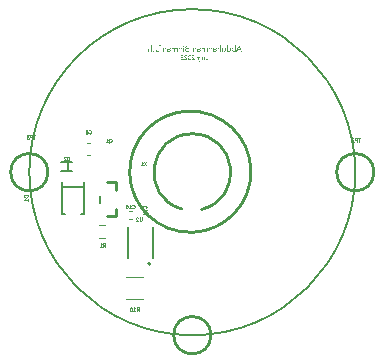
<source format=gbr>
%TF.GenerationSoftware,KiCad,Pcbnew,8.0.3*%
%TF.CreationDate,2025-07-02T10:16:16+03:00*%
%TF.ProjectId,LeafSensorPico,4c656166-5365-46e7-936f-725069636f2e,rev?*%
%TF.SameCoordinates,Original*%
%TF.FileFunction,Legend,Bot*%
%TF.FilePolarity,Positive*%
%FSLAX46Y46*%
G04 Gerber Fmt 4.6, Leading zero omitted, Abs format (unit mm)*
G04 Created by KiCad (PCBNEW 8.0.3) date 2025-07-02 10:16:16*
%MOMM*%
%LPD*%
G01*
G04 APERTURE LIST*
%ADD10C,0.200000*%
%ADD11C,0.075000*%
%ADD12C,0.150000*%
%ADD13C,0.120000*%
%ADD14C,0.250000*%
G04 APERTURE END LIST*
D10*
X158216616Y-91988003D02*
G75*
G02*
X130616616Y-91988003I-13800000J0D01*
G01*
X130616616Y-91988003D02*
G75*
G02*
X158216616Y-91988003I13800000J0D01*
G01*
D11*
G36*
X145741484Y-82393877D02*
G01*
X145735774Y-82413102D01*
X145726159Y-82430599D01*
X145721066Y-82436473D01*
X145703798Y-82447170D01*
X145684080Y-82450681D01*
X145680912Y-82450736D01*
X145660779Y-82448393D01*
X145646816Y-82442432D01*
X145632158Y-82429301D01*
X145626495Y-82420743D01*
X145619213Y-82402456D01*
X145616530Y-82389871D01*
X145614239Y-82369809D01*
X145613697Y-82353821D01*
X145613697Y-82075579D01*
X145566900Y-82075579D01*
X145566900Y-82370918D01*
X145568102Y-82390641D01*
X145571708Y-82410794D01*
X145572371Y-82413514D01*
X145579303Y-82433080D01*
X145589842Y-82450929D01*
X145591519Y-82453179D01*
X145605029Y-82467645D01*
X145621792Y-82479754D01*
X145627179Y-82482781D01*
X145646829Y-82490372D01*
X145666252Y-82493772D01*
X145681987Y-82494505D01*
X145702192Y-82493113D01*
X145722894Y-82488218D01*
X145741447Y-82479800D01*
X145752622Y-82472230D01*
X145766992Y-82457767D01*
X145778008Y-82439549D01*
X145784984Y-82420202D01*
X145788477Y-82403744D01*
X145741484Y-82393877D01*
G37*
G36*
X145295302Y-82482000D02*
G01*
X145296909Y-82461837D01*
X145297060Y-82457771D01*
X145295422Y-82438147D01*
X145295302Y-82437547D01*
X145294129Y-82438427D01*
X145305356Y-82454734D01*
X145308882Y-82458259D01*
X145325002Y-82470697D01*
X145330961Y-82474184D01*
X145349183Y-82482130D01*
X145356753Y-82484442D01*
X145376123Y-82487951D01*
X145383620Y-82488252D01*
X145405111Y-82486934D01*
X145426513Y-82482199D01*
X145444544Y-82474019D01*
X145460801Y-82460702D01*
X145472891Y-82443349D01*
X145480316Y-82424901D01*
X145484614Y-82403607D01*
X145485811Y-82382642D01*
X145485811Y-82213137D01*
X145442434Y-82213137D01*
X145442434Y-82362809D01*
X145441628Y-82383277D01*
X145439210Y-82401106D01*
X145432956Y-82420292D01*
X145428170Y-82428461D01*
X145413570Y-82441907D01*
X145407360Y-82445070D01*
X145388248Y-82449940D01*
X145374143Y-82450736D01*
X145359196Y-82448587D01*
X145340563Y-82441561D01*
X145332915Y-82436668D01*
X145318266Y-82422476D01*
X145308198Y-82407163D01*
X145301176Y-82388549D01*
X145298031Y-82368769D01*
X145297353Y-82352062D01*
X145297353Y-82213137D01*
X145253976Y-82213137D01*
X145253976Y-82421036D01*
X145253439Y-82441074D01*
X145253096Y-82447903D01*
X145251915Y-82467747D01*
X145250947Y-82482000D01*
X145295302Y-82482000D01*
G37*
G36*
X145122964Y-82482000D02*
G01*
X145166341Y-82482000D01*
X145166341Y-82050569D01*
X145122964Y-82050569D01*
X145122964Y-82482000D01*
G37*
G36*
X144939293Y-82426019D02*
G01*
X144860940Y-82213137D01*
X144809258Y-82213137D01*
X144942517Y-82550876D01*
X144950757Y-82569143D01*
X144961363Y-82586437D01*
X144973585Y-82600799D01*
X144990149Y-82612230D01*
X145009461Y-82618073D01*
X145028198Y-82619557D01*
X145045685Y-82618971D01*
X145065209Y-82615274D01*
X145065909Y-82615063D01*
X145061122Y-82574030D01*
X145042040Y-82580915D01*
X145030445Y-82582041D01*
X145010623Y-82577424D01*
X145001624Y-82570220D01*
X144990417Y-82553723D01*
X144982769Y-82536319D01*
X144964011Y-82486103D01*
X145073334Y-82213137D01*
X145019893Y-82213137D01*
X144939293Y-82426019D01*
G37*
G36*
X144369230Y-82482000D02*
G01*
X144628714Y-82482000D01*
X144628714Y-82430513D01*
X144469077Y-82267750D01*
X144455152Y-82253202D01*
X144451296Y-82248894D01*
X144438950Y-82233250D01*
X144435274Y-82227792D01*
X144425766Y-82210005D01*
X144423745Y-82204833D01*
X144419559Y-82185460D01*
X144419349Y-82179822D01*
X144422027Y-82159899D01*
X144425016Y-82151881D01*
X144436006Y-82135504D01*
X144440842Y-82130974D01*
X144458007Y-82120239D01*
X144464583Y-82117687D01*
X144483952Y-82113544D01*
X144493306Y-82113095D01*
X144514051Y-82115376D01*
X144533735Y-82122994D01*
X144543131Y-82129313D01*
X144557495Y-82144828D01*
X144566661Y-82163299D01*
X144570193Y-82175914D01*
X144619140Y-82170736D01*
X144613934Y-82150340D01*
X144606437Y-82132151D01*
X144595065Y-82114064D01*
X144580700Y-82098860D01*
X144576642Y-82095510D01*
X144559117Y-82084055D01*
X144539859Y-82075872D01*
X144518866Y-82070963D01*
X144499075Y-82069352D01*
X144496139Y-82069327D01*
X144476475Y-82070423D01*
X144456237Y-82074056D01*
X144449244Y-82075970D01*
X144430830Y-82083073D01*
X144413301Y-82093548D01*
X144410068Y-82095998D01*
X144395564Y-82110027D01*
X144384108Y-82127019D01*
X144382810Y-82129508D01*
X144375798Y-82148323D01*
X144372803Y-82168104D01*
X144372552Y-82176305D01*
X144373936Y-82196293D01*
X144378490Y-82215965D01*
X144379782Y-82219683D01*
X144387988Y-82238709D01*
X144398344Y-82256515D01*
X144410532Y-82273270D01*
X144423333Y-82288179D01*
X144424234Y-82289145D01*
X144437983Y-82303375D01*
X144452118Y-82317304D01*
X144454032Y-82319138D01*
X144574004Y-82438231D01*
X144369230Y-82438231D01*
X144369230Y-82482000D01*
G37*
G36*
X144198274Y-82069823D02*
G01*
X144217858Y-82072681D01*
X144237393Y-82078932D01*
X144256000Y-82089648D01*
X144259347Y-82092218D01*
X144274652Y-82106340D01*
X144287572Y-82122581D01*
X144298107Y-82140939D01*
X144302511Y-82150758D01*
X144309249Y-82169141D01*
X144314457Y-82188436D01*
X144318135Y-82208643D01*
X144319326Y-82217775D01*
X144321424Y-82237941D01*
X144322719Y-82257582D01*
X144323215Y-82278789D01*
X144323136Y-82287194D01*
X144322243Y-82308661D01*
X144320591Y-82328536D01*
X144318135Y-82348936D01*
X144316689Y-82358031D01*
X144312332Y-82377847D01*
X144306444Y-82396767D01*
X144298107Y-82416738D01*
X144296191Y-82420567D01*
X144285179Y-82438468D01*
X144271782Y-82454288D01*
X144256000Y-82468029D01*
X144245227Y-82474902D01*
X144226866Y-82482545D01*
X144205863Y-82486988D01*
X144184974Y-82488252D01*
X144171702Y-82487758D01*
X144152153Y-82484914D01*
X144132642Y-82478693D01*
X144114046Y-82468029D01*
X144110699Y-82465447D01*
X144095407Y-82451291D01*
X144082519Y-82435054D01*
X144072036Y-82416738D01*
X144067606Y-82406891D01*
X144060845Y-82388469D01*
X144055646Y-82369151D01*
X144052008Y-82348936D01*
X144050794Y-82339804D01*
X144048655Y-82319638D01*
X144047336Y-82299997D01*
X144046830Y-82278789D01*
X144093627Y-82278789D01*
X144093748Y-82289352D01*
X144094619Y-82310358D01*
X144096167Y-82331351D01*
X144097864Y-82345590D01*
X144102014Y-82366125D01*
X144108086Y-82385670D01*
X144111879Y-82394860D01*
X144122242Y-82412722D01*
X144135539Y-82427778D01*
X144145412Y-82435087D01*
X144165025Y-82442510D01*
X144185071Y-82444484D01*
X144198161Y-82443684D01*
X144217663Y-82438594D01*
X144234604Y-82427778D01*
X144242095Y-82420019D01*
X144253800Y-82403453D01*
X144262057Y-82385670D01*
X144266744Y-82371104D01*
X144271335Y-82350816D01*
X144273878Y-82331351D01*
X144274868Y-82318918D01*
X144275999Y-82298823D01*
X144276418Y-82278789D01*
X144276297Y-82268231D01*
X144275426Y-82247259D01*
X144273878Y-82226326D01*
X144272187Y-82212050D01*
X144268070Y-82191506D01*
X144262057Y-82172006D01*
X144258234Y-82162787D01*
X144247854Y-82144908D01*
X144234604Y-82129899D01*
X144224694Y-82122547D01*
X144205073Y-82115081D01*
X144185071Y-82113095D01*
X144171949Y-82113899D01*
X144152433Y-82119019D01*
X144135539Y-82129899D01*
X144128014Y-82137624D01*
X144116297Y-82154178D01*
X144108086Y-82172006D01*
X144103351Y-82186533D01*
X144098721Y-82206816D01*
X144096167Y-82226326D01*
X144095177Y-82238721D01*
X144094046Y-82258772D01*
X144093627Y-82278789D01*
X144046830Y-82278789D01*
X144046911Y-82270384D01*
X144047821Y-82248918D01*
X144049505Y-82229043D01*
X144052008Y-82208643D01*
X144053432Y-82199549D01*
X144057764Y-82179748D01*
X144063657Y-82160858D01*
X144072036Y-82140939D01*
X144073940Y-82137098D01*
X144084904Y-82119163D01*
X144098273Y-82103346D01*
X144114046Y-82089648D01*
X144124814Y-82082742D01*
X144143157Y-82075062D01*
X144164128Y-82070597D01*
X144184974Y-82069327D01*
X144198274Y-82069823D01*
G37*
G36*
X143747095Y-82482000D02*
G01*
X144006579Y-82482000D01*
X144006579Y-82430513D01*
X143846942Y-82267750D01*
X143833017Y-82253202D01*
X143829161Y-82248894D01*
X143816814Y-82233250D01*
X143813138Y-82227792D01*
X143803631Y-82210005D01*
X143801610Y-82204833D01*
X143797424Y-82185460D01*
X143797214Y-82179822D01*
X143799892Y-82159899D01*
X143802880Y-82151881D01*
X143813871Y-82135504D01*
X143818707Y-82130974D01*
X143835871Y-82120239D01*
X143842448Y-82117687D01*
X143861817Y-82113544D01*
X143871170Y-82113095D01*
X143891916Y-82115376D01*
X143911599Y-82122994D01*
X143920996Y-82129313D01*
X143935360Y-82144828D01*
X143944526Y-82163299D01*
X143948058Y-82175914D01*
X143997004Y-82170736D01*
X143991798Y-82150340D01*
X143984302Y-82132151D01*
X143972929Y-82114064D01*
X143958565Y-82098860D01*
X143954506Y-82095510D01*
X143936982Y-82084055D01*
X143917723Y-82075872D01*
X143896730Y-82070963D01*
X143876939Y-82069352D01*
X143874004Y-82069327D01*
X143854340Y-82070423D01*
X143834101Y-82074056D01*
X143827109Y-82075970D01*
X143808695Y-82083073D01*
X143791165Y-82093548D01*
X143787933Y-82095998D01*
X143773428Y-82110027D01*
X143761972Y-82127019D01*
X143760675Y-82129508D01*
X143753663Y-82148323D01*
X143750667Y-82168104D01*
X143750417Y-82176305D01*
X143751801Y-82196293D01*
X143756354Y-82215965D01*
X143757646Y-82219683D01*
X143765853Y-82238709D01*
X143776209Y-82256515D01*
X143788397Y-82273270D01*
X143801198Y-82288179D01*
X143802099Y-82289145D01*
X143815847Y-82303375D01*
X143829982Y-82317304D01*
X143831896Y-82319138D01*
X143951868Y-82438231D01*
X143747095Y-82438231D01*
X143747095Y-82482000D01*
G37*
G36*
X143454590Y-82119348D02*
G01*
X143617842Y-82119348D01*
X143619893Y-82233653D01*
X143600595Y-82228567D01*
X143597228Y-82227987D01*
X143577426Y-82225828D01*
X143569677Y-82225642D01*
X143548849Y-82227016D01*
X143529450Y-82231138D01*
X143517311Y-82235412D01*
X143499198Y-82244624D01*
X143483278Y-82256383D01*
X143476669Y-82262669D01*
X143464036Y-82277926D01*
X143453917Y-82295279D01*
X143450096Y-82303995D01*
X143443897Y-82324057D01*
X143440980Y-82343806D01*
X143440521Y-82355872D01*
X143441745Y-82375390D01*
X143445871Y-82395391D01*
X143450877Y-82409508D01*
X143460646Y-82428145D01*
X143473123Y-82444524D01*
X143479796Y-82451323D01*
X143495879Y-82464258D01*
X143514122Y-82474645D01*
X143523271Y-82478580D01*
X143542633Y-82484474D01*
X143563205Y-82487648D01*
X143577591Y-82488252D01*
X143598710Y-82486807D01*
X143618655Y-82482472D01*
X143637426Y-82475246D01*
X143647346Y-82469983D01*
X143663841Y-82458114D01*
X143678265Y-82443062D01*
X143690618Y-82424825D01*
X143696586Y-82413318D01*
X143650961Y-82393486D01*
X143640772Y-82410554D01*
X143627407Y-82425230D01*
X143619210Y-82431490D01*
X143600972Y-82440373D01*
X143580453Y-82444281D01*
X143574171Y-82444484D01*
X143554264Y-82442382D01*
X143539977Y-82437840D01*
X143522664Y-82428251D01*
X143512524Y-82419864D01*
X143499816Y-82404057D01*
X143494060Y-82392997D01*
X143488349Y-82373712D01*
X143487221Y-82359683D01*
X143489234Y-82339493D01*
X143494353Y-82323144D01*
X143503997Y-82305833D01*
X143513892Y-82294421D01*
X143530417Y-82282114D01*
X143543787Y-82275956D01*
X143563229Y-82270849D01*
X143581987Y-82269411D01*
X143601636Y-82270505D01*
X143621199Y-82273790D01*
X143623801Y-82274393D01*
X143643868Y-82280239D01*
X143662163Y-82287355D01*
X143667960Y-82289927D01*
X143663857Y-82075579D01*
X143454590Y-82075579D01*
X143454590Y-82119348D01*
G37*
G36*
X148642876Y-81779200D02*
G01*
X148575220Y-81779200D01*
X148520388Y-81646331D01*
X148270894Y-81646331D01*
X148215939Y-81779200D01*
X148148406Y-81779200D01*
X148229660Y-81591621D01*
X148293853Y-81591621D01*
X148498040Y-81591621D01*
X148395580Y-81344691D01*
X148293853Y-81591621D01*
X148229660Y-81591621D01*
X148368469Y-81271174D01*
X148422813Y-81271174D01*
X148642876Y-81779200D01*
G37*
G36*
X148109938Y-81779200D02*
G01*
X148055716Y-81779200D01*
X148058001Y-81725374D01*
X148051438Y-81734879D01*
X148033978Y-81751966D01*
X148022890Y-81759857D01*
X148000761Y-81772116D01*
X147988724Y-81776985D01*
X147965102Y-81783474D01*
X147954933Y-81785186D01*
X147930175Y-81787015D01*
X147906178Y-81785727D01*
X147881296Y-81781335D01*
X147858001Y-81773826D01*
X147842202Y-81766529D01*
X147820621Y-81753180D01*
X147801581Y-81736945D01*
X147790331Y-81724573D01*
X147775916Y-81704039D01*
X147764456Y-81681136D01*
X147757437Y-81660449D01*
X147752718Y-81636454D01*
X147751145Y-81611160D01*
X147809641Y-81611160D01*
X147809649Y-81612852D01*
X147811778Y-81637417D01*
X147818190Y-81661963D01*
X147827760Y-81682691D01*
X147842370Y-81702874D01*
X147858446Y-81717433D01*
X147880105Y-81730107D01*
X147881492Y-81730723D01*
X147905245Y-81737920D01*
X147930175Y-81740121D01*
X147931918Y-81740111D01*
X147956981Y-81737617D01*
X147981466Y-81730107D01*
X148001877Y-81719048D01*
X148021766Y-81702751D01*
X148036879Y-81683853D01*
X148048266Y-81661841D01*
X148048852Y-81660364D01*
X148055699Y-81635799D01*
X148057792Y-81611160D01*
X148057783Y-81609469D01*
X148055410Y-81584935D01*
X148048266Y-81560480D01*
X148037699Y-81539779D01*
X148021766Y-81519691D01*
X148003142Y-81504182D01*
X147981466Y-81492336D01*
X147980004Y-81491713D01*
X147955373Y-81484427D01*
X147930175Y-81482200D01*
X147928433Y-81482210D01*
X147903675Y-81484704D01*
X147880105Y-81492214D01*
X147860805Y-81503212D01*
X147842370Y-81519569D01*
X147829271Y-81537134D01*
X147818190Y-81560480D01*
X147817664Y-81561957D01*
X147811519Y-81586522D01*
X147809641Y-81611160D01*
X147751145Y-81611160D01*
X147752198Y-81590379D01*
X147756345Y-81566185D01*
X147764456Y-81541307D01*
X147771768Y-81525729D01*
X147785198Y-81504394D01*
X147801581Y-81485497D01*
X147813992Y-81474308D01*
X147834726Y-81459986D01*
X147858001Y-81448617D01*
X147879112Y-81441597D01*
X147903850Y-81436878D01*
X147930175Y-81435306D01*
X147940722Y-81435651D01*
X147965102Y-81438847D01*
X147977580Y-81441801D01*
X148000761Y-81450327D01*
X148013561Y-81456824D01*
X148033978Y-81470477D01*
X148044171Y-81479392D01*
X148058127Y-81497369D01*
X148055716Y-81239911D01*
X148109938Y-81239911D01*
X148109938Y-81779200D01*
G37*
G36*
X147398125Y-81497100D02*
G01*
X147404065Y-81488398D01*
X147422272Y-81470477D01*
X147433360Y-81462531D01*
X147455489Y-81450327D01*
X147467527Y-81445389D01*
X147491148Y-81438847D01*
X147501317Y-81437135D01*
X147526075Y-81435306D01*
X147550072Y-81436605D01*
X147574954Y-81441038D01*
X147598249Y-81448617D01*
X147614056Y-81455868D01*
X147635677Y-81469206D01*
X147654791Y-81485497D01*
X147665988Y-81497824D01*
X147680351Y-81518346D01*
X147691794Y-81541307D01*
X147698229Y-81559818D01*
X147703532Y-81585881D01*
X147705105Y-81611160D01*
X147704052Y-81631952D01*
X147699905Y-81656183D01*
X147691794Y-81681136D01*
X147684490Y-81696668D01*
X147671100Y-81717992D01*
X147654791Y-81736945D01*
X147642327Y-81748089D01*
X147621542Y-81762400D01*
X147598249Y-81773826D01*
X147577138Y-81780781D01*
X147552400Y-81785457D01*
X147526075Y-81787015D01*
X147515528Y-81786669D01*
X147491148Y-81783474D01*
X147478670Y-81780534D01*
X147455489Y-81772116D01*
X147442689Y-81765562D01*
X147422272Y-81751966D01*
X147412079Y-81742982D01*
X147398237Y-81725105D01*
X147400534Y-81779200D01*
X147346190Y-81779200D01*
X147346190Y-81611160D01*
X147398336Y-81611160D01*
X147398345Y-81612851D01*
X147400718Y-81637386D01*
X147407862Y-81661841D01*
X147418455Y-81682569D01*
X147434484Y-81702751D01*
X147453138Y-81718200D01*
X147475151Y-81730107D01*
X147476627Y-81730723D01*
X147501227Y-81737920D01*
X147525953Y-81740121D01*
X147527703Y-81740111D01*
X147552545Y-81737617D01*
X147576145Y-81730107D01*
X147595445Y-81719135D01*
X147613880Y-81702874D01*
X147626979Y-81685248D01*
X147638060Y-81661963D01*
X147638586Y-81660479D01*
X147644731Y-81635826D01*
X147646609Y-81611160D01*
X147646601Y-81609469D01*
X147644472Y-81584935D01*
X147638060Y-81560480D01*
X147628490Y-81539691D01*
X147613880Y-81519569D01*
X147597804Y-81504922D01*
X147576145Y-81492214D01*
X147574758Y-81491598D01*
X147550971Y-81484401D01*
X147525953Y-81482200D01*
X147524255Y-81482210D01*
X147499636Y-81484734D01*
X147475151Y-81492336D01*
X147454416Y-81503334D01*
X147434484Y-81519691D01*
X147419280Y-81538498D01*
X147407862Y-81560480D01*
X147407276Y-81561957D01*
X147400429Y-81586522D01*
X147398336Y-81611160D01*
X147346190Y-81611160D01*
X147346190Y-81239911D01*
X147400534Y-81239911D01*
X147398125Y-81497100D01*
G37*
G36*
X147016951Y-81779200D02*
G01*
X147018960Y-81753997D01*
X147019149Y-81748913D01*
X147017101Y-81724384D01*
X147016951Y-81723634D01*
X147015485Y-81724733D01*
X147029519Y-81745118D01*
X147033926Y-81749524D01*
X147054076Y-81765072D01*
X147061525Y-81769430D01*
X147084303Y-81779362D01*
X147093765Y-81782253D01*
X147117977Y-81786639D01*
X147127349Y-81787015D01*
X147154213Y-81785367D01*
X147180965Y-81779448D01*
X147203504Y-81769224D01*
X147223825Y-81752577D01*
X147238937Y-81730886D01*
X147248218Y-81707826D01*
X147253592Y-81681209D01*
X147255088Y-81655002D01*
X147255088Y-81443121D01*
X147200866Y-81443121D01*
X147200866Y-81630211D01*
X147199858Y-81655796D01*
X147196836Y-81678083D01*
X147189019Y-81702066D01*
X147183036Y-81712277D01*
X147164787Y-81729084D01*
X147157024Y-81733038D01*
X147133134Y-81739125D01*
X147115503Y-81740121D01*
X147096818Y-81737434D01*
X147073528Y-81728651D01*
X147063968Y-81722535D01*
X147045657Y-81704795D01*
X147033071Y-81685654D01*
X147024294Y-81662387D01*
X147020363Y-81637661D01*
X147019515Y-81616778D01*
X147019515Y-81443121D01*
X146965294Y-81443121D01*
X146965294Y-81702996D01*
X146964623Y-81728043D01*
X146964194Y-81736579D01*
X146962717Y-81761384D01*
X146961508Y-81779200D01*
X147016951Y-81779200D01*
G37*
G36*
X146801529Y-81779200D02*
G01*
X146855751Y-81779200D01*
X146855751Y-81239911D01*
X146801529Y-81239911D01*
X146801529Y-81779200D01*
G37*
G36*
X146693329Y-81549489D02*
G01*
X146693677Y-81524901D01*
X146694428Y-81505403D01*
X146695317Y-81480527D01*
X146695990Y-81455139D01*
X146696260Y-81443121D01*
X146642649Y-81443121D01*
X146645091Y-81507113D01*
X146646557Y-81506502D01*
X146636472Y-81483916D01*
X146634222Y-81480735D01*
X146616954Y-81462339D01*
X146611264Y-81457776D01*
X146589569Y-81445287D01*
X146579878Y-81441534D01*
X146555778Y-81436181D01*
X146539578Y-81435306D01*
X146514858Y-81437405D01*
X146500622Y-81440679D01*
X146511368Y-81495023D01*
X146535876Y-81490138D01*
X146541044Y-81490016D01*
X146566285Y-81492773D01*
X146585007Y-81499786D01*
X146605415Y-81513992D01*
X146615416Y-81524576D01*
X146628602Y-81545503D01*
X146633368Y-81557305D01*
X146638653Y-81581714D01*
X146639107Y-81590888D01*
X146639107Y-81779200D01*
X146693329Y-81779200D01*
X146693329Y-81549489D01*
G37*
G36*
X146348071Y-81436086D02*
G01*
X146374795Y-81439257D01*
X146399355Y-81444866D01*
X146425969Y-81454816D01*
X146449467Y-81468279D01*
X146469847Y-81485253D01*
X146436752Y-81522989D01*
X146433940Y-81520479D01*
X146413625Y-81505144D01*
X146389064Y-81492397D01*
X146363067Y-81484749D01*
X146335636Y-81482200D01*
X146312451Y-81484189D01*
X146286594Y-81493655D01*
X146268440Y-81510916D01*
X146257987Y-81535973D01*
X146255157Y-81563655D01*
X146255157Y-81568174D01*
X146274453Y-81568174D01*
X146287734Y-81568308D01*
X146313980Y-81569271D01*
X146340032Y-81570982D01*
X146357739Y-81572936D01*
X146383385Y-81577928D01*
X146407931Y-81585393D01*
X146419565Y-81590177D01*
X146442267Y-81603518D01*
X146461543Y-81620930D01*
X146471992Y-81635736D01*
X146480604Y-81659864D01*
X146483158Y-81686387D01*
X146481265Y-81707101D01*
X146473266Y-81730229D01*
X146464082Y-81744463D01*
X146446888Y-81761858D01*
X146432747Y-81771168D01*
X146409397Y-81780787D01*
X146390760Y-81785045D01*
X146366044Y-81787015D01*
X146343879Y-81785837D01*
X146319466Y-81781195D01*
X146296190Y-81772116D01*
X146280820Y-81762189D01*
X146262731Y-81744355D01*
X146250417Y-81726134D01*
X146251372Y-81749158D01*
X146250904Y-81754604D01*
X146247586Y-81779200D01*
X146194707Y-81779200D01*
X146196602Y-81765541D01*
X146199226Y-81741098D01*
X146200199Y-81727195D01*
X146200936Y-81701775D01*
X146200936Y-81635585D01*
X146255157Y-81635585D01*
X146255982Y-81651453D01*
X146261019Y-81676373D01*
X146265716Y-81688894D01*
X146278849Y-81709590D01*
X146287854Y-81718567D01*
X146308891Y-81731939D01*
X146325754Y-81737532D01*
X146351145Y-81740121D01*
X146352838Y-81740109D01*
X146377890Y-81737068D01*
X146378711Y-81736865D01*
X146401703Y-81726932D01*
X146418556Y-81708858D01*
X146419647Y-81706735D01*
X146424662Y-81682235D01*
X146422395Y-81666132D01*
X146408542Y-81645477D01*
X146391678Y-81634298D01*
X146368608Y-81625327D01*
X146344306Y-81619862D01*
X146318783Y-81616900D01*
X146300402Y-81615784D01*
X146275185Y-81615068D01*
X146255157Y-81615068D01*
X146255157Y-81635585D01*
X146200936Y-81635585D01*
X146200936Y-81555473D01*
X146200976Y-81551630D01*
X146203500Y-81526622D01*
X146211194Y-81502106D01*
X146221348Y-81483894D01*
X146238183Y-81464737D01*
X146255209Y-81452460D01*
X146277750Y-81442633D01*
X146299535Y-81437374D01*
X146325133Y-81435306D01*
X146348071Y-81436086D01*
G37*
G36*
X146103238Y-81239911D02*
G01*
X146049017Y-81239911D01*
X146051459Y-81498687D01*
X146052924Y-81497587D01*
X146038890Y-81477203D01*
X146034484Y-81472797D01*
X146014403Y-81457318D01*
X146007007Y-81453013D01*
X145984292Y-81442968D01*
X145974889Y-81440068D01*
X145950501Y-81435682D01*
X145941061Y-81435306D01*
X145914250Y-81436959D01*
X145887559Y-81442899D01*
X145865081Y-81453160D01*
X145844830Y-81469866D01*
X145829658Y-81491498D01*
X145820340Y-81514522D01*
X145814946Y-81541117D01*
X145813444Y-81567319D01*
X145813444Y-81779200D01*
X145867666Y-81779200D01*
X145867666Y-81592109D01*
X145868796Y-81566746D01*
X145872767Y-81542099D01*
X145881504Y-81517564D01*
X145885740Y-81510166D01*
X145903675Y-81493124D01*
X145927809Y-81484412D01*
X145953029Y-81482200D01*
X145971836Y-81484887D01*
X145995077Y-81493733D01*
X146004686Y-81499908D01*
X146022899Y-81517588D01*
X146035461Y-81536788D01*
X146044238Y-81559977D01*
X146048169Y-81584668D01*
X146049017Y-81605543D01*
X146049017Y-81779200D01*
X146103238Y-81779200D01*
X146103238Y-81239911D01*
G37*
G36*
X145714404Y-81519936D02*
G01*
X145714923Y-81495026D01*
X145715503Y-81483666D01*
X145717156Y-81457995D01*
X145718190Y-81443121D01*
X145660182Y-81443121D01*
X145662624Y-81495878D01*
X145664090Y-81494779D01*
X145648969Y-81473461D01*
X145628810Y-81456739D01*
X145617806Y-81450571D01*
X145594702Y-81441269D01*
X145569828Y-81436036D01*
X145556501Y-81435306D01*
X145532029Y-81437392D01*
X145527192Y-81438236D01*
X145503438Y-81445607D01*
X145497028Y-81448739D01*
X145476971Y-81462904D01*
X145469672Y-81470232D01*
X145454629Y-81490520D01*
X145451476Y-81497099D01*
X145436840Y-81475611D01*
X145416775Y-81458898D01*
X145409222Y-81454112D01*
X145387174Y-81443405D01*
X145362430Y-81436793D01*
X145343399Y-81435306D01*
X145316540Y-81436959D01*
X145289809Y-81442899D01*
X145267306Y-81453160D01*
X145247045Y-81469866D01*
X145231874Y-81491498D01*
X145222556Y-81514522D01*
X145217162Y-81541117D01*
X145215660Y-81567319D01*
X145215660Y-81779200D01*
X145269882Y-81779200D01*
X145269882Y-81582218D01*
X145271205Y-81556526D01*
X145275780Y-81532331D01*
X145285583Y-81509342D01*
X145286612Y-81507724D01*
X145304924Y-81491198D01*
X145330378Y-81483422D01*
X145349017Y-81482200D01*
X145374455Y-81485291D01*
X145390660Y-81491970D01*
X145409937Y-81507633D01*
X145417893Y-81518104D01*
X145428722Y-81540267D01*
X145433158Y-81555351D01*
X145437009Y-81579561D01*
X145437921Y-81599193D01*
X145437921Y-81779200D01*
X145492143Y-81779200D01*
X145492143Y-81582218D01*
X145493466Y-81556526D01*
X145498041Y-81532331D01*
X145507844Y-81509342D01*
X145508873Y-81507724D01*
X145527185Y-81491198D01*
X145552639Y-81483422D01*
X145571278Y-81482200D01*
X145589596Y-81484887D01*
X145612783Y-81494899D01*
X145619515Y-81499786D01*
X145636900Y-81518679D01*
X145647603Y-81536666D01*
X145655747Y-81559934D01*
X145659396Y-81584660D01*
X145660182Y-81605543D01*
X145660182Y-81779200D01*
X145714404Y-81779200D01*
X145714404Y-81519936D01*
G37*
G36*
X144999850Y-81436086D02*
G01*
X145026575Y-81439257D01*
X145051134Y-81444866D01*
X145077749Y-81454816D01*
X145101246Y-81468279D01*
X145121626Y-81485253D01*
X145088532Y-81522989D01*
X145085719Y-81520479D01*
X145065405Y-81505144D01*
X145040843Y-81492397D01*
X145014847Y-81484749D01*
X144987415Y-81482200D01*
X144964230Y-81484189D01*
X144938374Y-81493655D01*
X144920219Y-81510916D01*
X144909766Y-81535973D01*
X144906937Y-81563655D01*
X144906937Y-81568174D01*
X144926232Y-81568174D01*
X144939513Y-81568308D01*
X144965759Y-81569271D01*
X144991811Y-81570982D01*
X145009519Y-81572936D01*
X145035164Y-81577928D01*
X145059711Y-81585393D01*
X145071344Y-81590177D01*
X145094046Y-81603518D01*
X145113322Y-81620930D01*
X145123771Y-81635736D01*
X145132383Y-81659864D01*
X145134938Y-81686387D01*
X145133044Y-81707101D01*
X145125046Y-81730229D01*
X145115861Y-81744463D01*
X145098668Y-81761858D01*
X145084527Y-81771168D01*
X145061176Y-81780787D01*
X145042540Y-81785045D01*
X145017823Y-81787015D01*
X144995659Y-81785837D01*
X144971245Y-81781195D01*
X144947970Y-81772116D01*
X144932600Y-81762189D01*
X144914510Y-81744355D01*
X144902196Y-81726134D01*
X144903151Y-81749158D01*
X144902683Y-81754604D01*
X144899365Y-81779200D01*
X144846487Y-81779200D01*
X144848382Y-81765541D01*
X144851005Y-81741098D01*
X144851979Y-81727195D01*
X144852715Y-81701775D01*
X144852715Y-81635585D01*
X144906937Y-81635585D01*
X144907761Y-81651453D01*
X144912799Y-81676373D01*
X144917495Y-81688894D01*
X144930629Y-81709590D01*
X144939633Y-81718567D01*
X144960670Y-81731939D01*
X144977534Y-81737532D01*
X145002924Y-81740121D01*
X145004617Y-81740109D01*
X145029669Y-81737068D01*
X145030491Y-81736865D01*
X145053483Y-81726932D01*
X145070335Y-81708858D01*
X145071427Y-81706735D01*
X145076442Y-81682235D01*
X145074175Y-81666132D01*
X145060321Y-81645477D01*
X145043458Y-81634298D01*
X145020388Y-81625327D01*
X144996086Y-81619862D01*
X144970562Y-81616900D01*
X144952181Y-81615784D01*
X144926965Y-81615068D01*
X144906937Y-81615068D01*
X144906937Y-81635585D01*
X144852715Y-81635585D01*
X144852715Y-81555473D01*
X144852755Y-81551630D01*
X144855280Y-81526622D01*
X144862973Y-81502106D01*
X144873128Y-81483894D01*
X144889962Y-81464737D01*
X144906989Y-81452460D01*
X144929529Y-81442633D01*
X144951315Y-81437374D01*
X144976913Y-81435306D01*
X144999850Y-81436086D01*
G37*
G36*
X144703238Y-81443121D02*
G01*
X144701345Y-81467525D01*
X144701162Y-81473530D01*
X144703089Y-81497937D01*
X144703238Y-81498687D01*
X144704704Y-81497587D01*
X144690670Y-81477203D01*
X144686264Y-81472797D01*
X144666182Y-81457318D01*
X144658786Y-81453013D01*
X144635959Y-81442968D01*
X144626546Y-81440068D01*
X144602271Y-81435682D01*
X144592841Y-81435306D01*
X144566030Y-81436959D01*
X144539339Y-81442899D01*
X144516861Y-81453160D01*
X144496609Y-81469866D01*
X144481437Y-81491498D01*
X144472120Y-81514522D01*
X144466726Y-81541117D01*
X144465224Y-81567319D01*
X144465224Y-81779200D01*
X144519446Y-81779200D01*
X144519446Y-81592109D01*
X144520575Y-81566746D01*
X144524547Y-81542099D01*
X144533284Y-81517564D01*
X144537520Y-81510166D01*
X144555454Y-81493124D01*
X144579588Y-81484412D01*
X144604809Y-81482200D01*
X144623615Y-81484887D01*
X144646856Y-81493733D01*
X144656466Y-81499908D01*
X144674678Y-81517588D01*
X144687241Y-81536788D01*
X144696017Y-81559977D01*
X144699949Y-81584668D01*
X144700796Y-81605543D01*
X144700796Y-81779200D01*
X144755018Y-81779200D01*
X144755018Y-81519325D01*
X144755689Y-81494278D01*
X144756117Y-81485742D01*
X144757594Y-81460937D01*
X144758804Y-81443121D01*
X144703238Y-81443121D01*
G37*
G36*
X144154913Y-81779200D02*
G01*
X143999086Y-81779200D01*
X143980707Y-81778776D01*
X143953743Y-81776338D01*
X143927003Y-81771003D01*
X143901756Y-81761858D01*
X143884506Y-81752737D01*
X143864277Y-81738925D01*
X143845580Y-81720703D01*
X143843190Y-81717726D01*
X143829399Y-81696829D01*
X143819934Y-81672832D01*
X143817209Y-81661467D01*
X143813706Y-81636073D01*
X143813913Y-81632165D01*
X143876354Y-81632165D01*
X143877728Y-81649304D01*
X143886124Y-81673442D01*
X143894390Y-81685458D01*
X143912746Y-81701897D01*
X143928755Y-81710736D01*
X143953047Y-81718872D01*
X143954508Y-81719217D01*
X143978829Y-81723255D01*
X144003238Y-81724489D01*
X144096417Y-81724489D01*
X144096417Y-81536911D01*
X143996888Y-81536911D01*
X143978910Y-81537483D01*
X143953146Y-81540780D01*
X143928577Y-81547993D01*
X143906763Y-81560358D01*
X143903080Y-81563386D01*
X143887074Y-81583520D01*
X143878760Y-81606933D01*
X143876354Y-81632165D01*
X143813913Y-81632165D01*
X143814792Y-81615535D01*
X143819620Y-81590649D01*
X143829667Y-81566065D01*
X143844603Y-81545093D01*
X143856966Y-81533403D01*
X143878425Y-81520120D01*
X143903381Y-81511937D01*
X143924703Y-81509397D01*
X143903467Y-81503343D01*
X143880469Y-81490527D01*
X143861944Y-81472430D01*
X143848455Y-81450223D01*
X143840566Y-81425246D01*
X143838837Y-81406485D01*
X143901023Y-81406485D01*
X143902062Y-81421487D01*
X143909816Y-81445320D01*
X143915098Y-81453678D01*
X143932286Y-81471087D01*
X143940269Y-81476335D01*
X143963305Y-81485620D01*
X143973039Y-81487745D01*
X143998354Y-81490016D01*
X144096417Y-81490016D01*
X144096417Y-81325885D01*
X144003238Y-81325885D01*
X143996818Y-81325972D01*
X143971975Y-81328358D01*
X143948040Y-81335777D01*
X143936347Y-81342240D01*
X143917509Y-81358980D01*
X143914444Y-81363145D01*
X143904076Y-81385846D01*
X143901023Y-81406485D01*
X143838837Y-81406485D01*
X143838252Y-81400135D01*
X143838592Y-81389119D01*
X143842657Y-81363100D01*
X143852174Y-81339318D01*
X143853936Y-81336257D01*
X143869490Y-81315701D01*
X143889177Y-81299384D01*
X143895075Y-81295706D01*
X143917251Y-81284993D01*
X143941811Y-81277647D01*
X143952912Y-81275447D01*
X143977407Y-81272243D01*
X144002506Y-81271174D01*
X144154913Y-81271174D01*
X144154913Y-81779200D01*
G37*
G36*
X143655803Y-81318069D02*
G01*
X143663542Y-81341821D01*
X143667527Y-81346157D01*
X143689913Y-81356976D01*
X143693416Y-81357148D01*
X143716457Y-81348733D01*
X143719428Y-81346157D01*
X143730740Y-81324266D01*
X143731152Y-81318069D01*
X143723412Y-81294317D01*
X143719428Y-81289981D01*
X143696948Y-81279162D01*
X143693416Y-81278990D01*
X143669746Y-81288017D01*
X143667527Y-81289981D01*
X143656215Y-81311872D01*
X143655803Y-81318069D01*
G37*
G36*
X143666428Y-81779200D02*
G01*
X143720649Y-81779200D01*
X143720649Y-81443121D01*
X143666428Y-81443121D01*
X143666428Y-81779200D01*
G37*
G36*
X143511333Y-81443121D02*
G01*
X143509440Y-81467525D01*
X143509257Y-81473530D01*
X143511183Y-81497937D01*
X143511333Y-81498687D01*
X143512799Y-81497587D01*
X143498765Y-81477203D01*
X143494358Y-81472797D01*
X143474277Y-81457318D01*
X143466881Y-81453013D01*
X143444054Y-81442968D01*
X143434641Y-81440068D01*
X143410366Y-81435682D01*
X143400936Y-81435306D01*
X143374125Y-81436959D01*
X143347434Y-81442899D01*
X143324956Y-81453160D01*
X143304704Y-81469866D01*
X143289532Y-81491498D01*
X143280215Y-81514522D01*
X143274821Y-81541117D01*
X143273319Y-81567319D01*
X143273319Y-81779200D01*
X143327541Y-81779200D01*
X143327541Y-81592109D01*
X143328670Y-81566746D01*
X143332642Y-81542099D01*
X143341378Y-81517564D01*
X143345615Y-81510166D01*
X143363549Y-81493124D01*
X143387683Y-81484412D01*
X143412903Y-81482200D01*
X143431710Y-81484887D01*
X143454951Y-81493733D01*
X143464561Y-81499908D01*
X143482773Y-81517588D01*
X143495335Y-81536788D01*
X143504112Y-81559977D01*
X143508044Y-81584668D01*
X143508891Y-81605543D01*
X143508891Y-81779200D01*
X143563113Y-81779200D01*
X143563113Y-81519325D01*
X143563784Y-81494278D01*
X143564212Y-81485742D01*
X143565689Y-81460937D01*
X143566899Y-81443121D01*
X143511333Y-81443121D01*
G37*
G36*
X143174278Y-81519936D02*
G01*
X143174798Y-81495026D01*
X143175377Y-81483666D01*
X143177030Y-81457995D01*
X143178064Y-81443121D01*
X143120056Y-81443121D01*
X143122499Y-81495878D01*
X143123964Y-81494779D01*
X143108843Y-81473461D01*
X143088684Y-81456739D01*
X143077680Y-81450571D01*
X143054576Y-81441269D01*
X143029702Y-81436036D01*
X143016375Y-81435306D01*
X142991903Y-81437392D01*
X142987066Y-81438236D01*
X142963313Y-81445607D01*
X142956902Y-81448739D01*
X142936846Y-81462904D01*
X142929547Y-81470232D01*
X142914503Y-81490520D01*
X142911351Y-81497099D01*
X142896714Y-81475611D01*
X142876649Y-81458898D01*
X142869097Y-81454112D01*
X142847048Y-81443405D01*
X142822305Y-81436793D01*
X142803273Y-81435306D01*
X142776415Y-81436959D01*
X142749684Y-81442899D01*
X142727181Y-81453160D01*
X142706920Y-81469866D01*
X142691748Y-81491498D01*
X142682430Y-81514522D01*
X142677036Y-81541117D01*
X142675534Y-81567319D01*
X142675534Y-81779200D01*
X142729756Y-81779200D01*
X142729756Y-81582218D01*
X142731080Y-81556526D01*
X142735654Y-81532331D01*
X142745458Y-81509342D01*
X142746487Y-81507724D01*
X142764798Y-81491198D01*
X142790252Y-81483422D01*
X142808891Y-81482200D01*
X142834329Y-81485291D01*
X142850534Y-81491970D01*
X142869811Y-81507633D01*
X142877767Y-81518104D01*
X142888596Y-81540267D01*
X142893033Y-81555351D01*
X142896884Y-81579561D01*
X142897795Y-81599193D01*
X142897795Y-81779200D01*
X142952017Y-81779200D01*
X142952017Y-81582218D01*
X142953341Y-81556526D01*
X142957915Y-81532331D01*
X142967719Y-81509342D01*
X142968748Y-81507724D01*
X142987059Y-81491198D01*
X143012513Y-81483422D01*
X143031152Y-81482200D01*
X143049470Y-81484887D01*
X143072657Y-81494899D01*
X143079390Y-81499786D01*
X143096774Y-81518679D01*
X143107478Y-81536666D01*
X143115622Y-81559934D01*
X143119270Y-81584660D01*
X143120056Y-81605543D01*
X143120056Y-81779200D01*
X143174278Y-81779200D01*
X143174278Y-81519936D01*
G37*
G36*
X142459725Y-81436086D02*
G01*
X142486449Y-81439257D01*
X142511009Y-81444866D01*
X142537623Y-81454816D01*
X142561120Y-81468279D01*
X142581501Y-81485253D01*
X142548406Y-81522989D01*
X142545594Y-81520479D01*
X142525279Y-81505144D01*
X142500718Y-81492397D01*
X142474721Y-81484749D01*
X142447289Y-81482200D01*
X142424105Y-81484189D01*
X142398248Y-81493655D01*
X142380093Y-81510916D01*
X142369641Y-81535973D01*
X142366811Y-81563655D01*
X142366811Y-81568174D01*
X142386107Y-81568174D01*
X142399388Y-81568308D01*
X142425634Y-81569271D01*
X142451686Y-81570982D01*
X142469393Y-81572936D01*
X142495039Y-81577928D01*
X142519585Y-81585393D01*
X142531219Y-81590177D01*
X142553921Y-81603518D01*
X142573197Y-81620930D01*
X142583645Y-81635736D01*
X142592258Y-81659864D01*
X142594812Y-81686387D01*
X142592919Y-81707101D01*
X142584920Y-81730229D01*
X142575736Y-81744463D01*
X142558542Y-81761858D01*
X142544401Y-81771168D01*
X142521051Y-81780787D01*
X142502414Y-81785045D01*
X142477698Y-81787015D01*
X142455533Y-81785837D01*
X142431120Y-81781195D01*
X142407844Y-81772116D01*
X142392474Y-81762189D01*
X142374385Y-81744355D01*
X142362071Y-81726134D01*
X142363026Y-81749158D01*
X142362558Y-81754604D01*
X142359240Y-81779200D01*
X142306361Y-81779200D01*
X142308256Y-81765541D01*
X142310880Y-81741098D01*
X142311853Y-81727195D01*
X142312589Y-81701775D01*
X142312589Y-81635585D01*
X142366811Y-81635585D01*
X142367636Y-81651453D01*
X142372673Y-81676373D01*
X142377370Y-81688894D01*
X142390503Y-81709590D01*
X142399507Y-81718567D01*
X142420545Y-81731939D01*
X142437408Y-81737532D01*
X142462799Y-81740121D01*
X142464492Y-81740109D01*
X142489543Y-81737068D01*
X142490365Y-81736865D01*
X142513357Y-81726932D01*
X142530210Y-81708858D01*
X142531301Y-81706735D01*
X142536316Y-81682235D01*
X142534049Y-81666132D01*
X142520196Y-81645477D01*
X142503332Y-81634298D01*
X142480262Y-81625327D01*
X142455960Y-81619862D01*
X142430437Y-81616900D01*
X142412055Y-81615784D01*
X142386839Y-81615068D01*
X142366811Y-81615068D01*
X142366811Y-81635585D01*
X142312589Y-81635585D01*
X142312589Y-81555473D01*
X142312630Y-81551630D01*
X142315154Y-81526622D01*
X142322848Y-81502106D01*
X142333002Y-81483894D01*
X142349836Y-81464737D01*
X142366863Y-81452460D01*
X142389404Y-81442633D01*
X142411189Y-81437374D01*
X142436787Y-81435306D01*
X142459725Y-81436086D01*
G37*
G36*
X142214892Y-81239911D02*
G01*
X142160670Y-81239911D01*
X142163113Y-81498687D01*
X142164578Y-81497587D01*
X142150544Y-81477203D01*
X142146138Y-81472797D01*
X142126057Y-81457318D01*
X142118661Y-81453013D01*
X142095946Y-81442968D01*
X142086543Y-81440068D01*
X142062155Y-81435682D01*
X142052715Y-81435306D01*
X142025904Y-81436959D01*
X141999213Y-81442899D01*
X141976735Y-81453160D01*
X141956483Y-81469866D01*
X141941312Y-81491498D01*
X141931994Y-81514522D01*
X141926600Y-81541117D01*
X141925098Y-81567319D01*
X141925098Y-81779200D01*
X141979320Y-81779200D01*
X141979320Y-81592109D01*
X141980450Y-81566746D01*
X141984421Y-81542099D01*
X141993158Y-81517564D01*
X141997394Y-81510166D01*
X142015329Y-81493124D01*
X142039463Y-81484412D01*
X142064683Y-81482200D01*
X142083490Y-81484887D01*
X142106731Y-81493733D01*
X142116340Y-81499908D01*
X142134553Y-81517588D01*
X142147115Y-81536788D01*
X142155892Y-81559977D01*
X142159823Y-81584668D01*
X142160670Y-81605543D01*
X142160670Y-81779200D01*
X142214892Y-81779200D01*
X142214892Y-81239911D01*
G37*
G36*
X141664980Y-81490016D02*
G01*
X141743015Y-81490016D01*
X141743015Y-81779200D01*
X141797237Y-81779200D01*
X141797237Y-81490016D01*
X141866846Y-81490016D01*
X141866846Y-81443121D01*
X141797237Y-81443121D01*
X141797237Y-81357026D01*
X141795729Y-81329475D01*
X141790314Y-81302483D01*
X141779514Y-81277845D01*
X141765730Y-81261038D01*
X141744094Y-81245776D01*
X141721297Y-81236872D01*
X141695352Y-81232548D01*
X141682809Y-81232096D01*
X141662415Y-81233439D01*
X141638113Y-81237469D01*
X141648249Y-81284730D01*
X141669254Y-81280333D01*
X141687084Y-81278990D01*
X141711778Y-81282940D01*
X141716148Y-81284974D01*
X141733001Y-81301949D01*
X141740517Y-81325259D01*
X141740939Y-81328083D01*
X141742916Y-81353426D01*
X141743015Y-81361056D01*
X141743015Y-81443121D01*
X141664980Y-81443121D01*
X141664980Y-81490016D01*
G37*
G36*
X141380803Y-81779200D02*
G01*
X141382812Y-81753997D01*
X141383001Y-81748913D01*
X141380953Y-81724384D01*
X141380803Y-81723634D01*
X141379338Y-81724733D01*
X141393371Y-81745118D01*
X141397778Y-81749524D01*
X141417928Y-81765072D01*
X141425377Y-81769430D01*
X141448155Y-81779362D01*
X141457617Y-81782253D01*
X141481829Y-81786639D01*
X141491201Y-81787015D01*
X141518065Y-81785367D01*
X141544817Y-81779448D01*
X141567356Y-81769224D01*
X141587677Y-81752577D01*
X141602789Y-81730886D01*
X141612070Y-81707826D01*
X141617444Y-81681209D01*
X141618940Y-81655002D01*
X141618940Y-81443121D01*
X141564718Y-81443121D01*
X141564718Y-81630211D01*
X141563710Y-81655796D01*
X141560688Y-81678083D01*
X141552871Y-81702066D01*
X141546888Y-81712277D01*
X141528639Y-81729084D01*
X141520876Y-81733038D01*
X141496986Y-81739125D01*
X141479355Y-81740121D01*
X141460670Y-81737434D01*
X141437380Y-81728651D01*
X141427820Y-81722535D01*
X141409509Y-81704795D01*
X141396923Y-81685654D01*
X141388146Y-81662387D01*
X141384215Y-81637661D01*
X141383368Y-81616778D01*
X141383368Y-81443121D01*
X141329146Y-81443121D01*
X141329146Y-81702996D01*
X141328475Y-81728043D01*
X141328047Y-81736579D01*
X141326569Y-81761384D01*
X141325360Y-81779200D01*
X141380803Y-81779200D01*
G37*
G36*
X141052052Y-81490016D02*
G01*
X141147063Y-81490016D01*
X141147063Y-81683823D01*
X141144886Y-81708598D01*
X141143765Y-81713010D01*
X141134850Y-81729862D01*
X141121295Y-81737922D01*
X141103099Y-81740121D01*
X141079529Y-81736701D01*
X141056487Y-81727453D01*
X141051686Y-81724978D01*
X141049121Y-81774559D01*
X141074206Y-81782624D01*
X141099794Y-81786419D01*
X141115800Y-81787015D01*
X141140978Y-81784117D01*
X141144742Y-81783230D01*
X141167620Y-81772842D01*
X141172464Y-81769186D01*
X141188274Y-81750366D01*
X141193224Y-81740975D01*
X141199954Y-81716057D01*
X141201284Y-81694691D01*
X141201284Y-81490016D01*
X141270894Y-81490016D01*
X141270894Y-81443121D01*
X141201284Y-81443121D01*
X141201284Y-81349332D01*
X141147063Y-81349332D01*
X141147063Y-81443121D01*
X141052052Y-81443121D01*
X141052052Y-81490016D01*
G37*
G36*
X140998074Y-81239911D02*
G01*
X140943853Y-81239911D01*
X140946295Y-81498687D01*
X140947760Y-81497587D01*
X140933726Y-81477203D01*
X140929320Y-81472797D01*
X140909239Y-81457318D01*
X140901843Y-81453013D01*
X140879128Y-81442968D01*
X140869725Y-81440068D01*
X140845337Y-81435682D01*
X140835897Y-81435306D01*
X140809086Y-81436959D01*
X140782395Y-81442899D01*
X140759917Y-81453160D01*
X140739666Y-81469866D01*
X140724494Y-81491498D01*
X140715176Y-81514522D01*
X140709782Y-81541117D01*
X140708280Y-81567319D01*
X140708280Y-81779200D01*
X140762502Y-81779200D01*
X140762502Y-81592109D01*
X140763632Y-81566746D01*
X140767603Y-81542099D01*
X140776340Y-81517564D01*
X140780576Y-81510166D01*
X140798511Y-81493124D01*
X140822645Y-81484412D01*
X140847865Y-81482200D01*
X140866672Y-81484887D01*
X140889913Y-81493733D01*
X140899522Y-81499908D01*
X140917735Y-81517588D01*
X140930297Y-81536788D01*
X140939074Y-81559977D01*
X140943005Y-81584668D01*
X140943853Y-81605543D01*
X140943853Y-81779200D01*
X140998074Y-81779200D01*
X140998074Y-81239911D01*
G37*
X130475485Y-93961771D02*
X130175485Y-93961771D01*
X130175485Y-93961771D02*
X130175485Y-94033200D01*
X130175485Y-94033200D02*
X130189771Y-94076057D01*
X130189771Y-94076057D02*
X130218342Y-94104628D01*
X130218342Y-94104628D02*
X130246914Y-94118914D01*
X130246914Y-94118914D02*
X130304057Y-94133200D01*
X130304057Y-94133200D02*
X130346914Y-94133200D01*
X130346914Y-94133200D02*
X130404057Y-94118914D01*
X130404057Y-94118914D02*
X130432628Y-94104628D01*
X130432628Y-94104628D02*
X130461200Y-94076057D01*
X130461200Y-94076057D02*
X130475485Y-94033200D01*
X130475485Y-94033200D02*
X130475485Y-93961771D01*
X130475485Y-94418914D02*
X130475485Y-94247485D01*
X130475485Y-94333200D02*
X130175485Y-94333200D01*
X130175485Y-94333200D02*
X130218342Y-94304628D01*
X130218342Y-94304628D02*
X130246914Y-94276057D01*
X130246914Y-94276057D02*
X130261200Y-94247485D01*
X139715056Y-103732685D02*
X139815056Y-103589828D01*
X139886485Y-103732685D02*
X139886485Y-103432685D01*
X139886485Y-103432685D02*
X139772199Y-103432685D01*
X139772199Y-103432685D02*
X139743628Y-103446971D01*
X139743628Y-103446971D02*
X139729342Y-103461257D01*
X139729342Y-103461257D02*
X139715056Y-103489828D01*
X139715056Y-103489828D02*
X139715056Y-103532685D01*
X139715056Y-103532685D02*
X139729342Y-103561257D01*
X139729342Y-103561257D02*
X139743628Y-103575542D01*
X139743628Y-103575542D02*
X139772199Y-103589828D01*
X139772199Y-103589828D02*
X139886485Y-103589828D01*
X139429342Y-103732685D02*
X139600771Y-103732685D01*
X139515056Y-103732685D02*
X139515056Y-103432685D01*
X139515056Y-103432685D02*
X139543628Y-103475542D01*
X139543628Y-103475542D02*
X139572199Y-103504114D01*
X139572199Y-103504114D02*
X139600771Y-103518400D01*
X139243628Y-103432685D02*
X139215057Y-103432685D01*
X139215057Y-103432685D02*
X139186485Y-103446971D01*
X139186485Y-103446971D02*
X139172200Y-103461257D01*
X139172200Y-103461257D02*
X139157914Y-103489828D01*
X139157914Y-103489828D02*
X139143628Y-103546971D01*
X139143628Y-103546971D02*
X139143628Y-103618400D01*
X139143628Y-103618400D02*
X139157914Y-103675542D01*
X139157914Y-103675542D02*
X139172200Y-103704114D01*
X139172200Y-103704114D02*
X139186485Y-103718400D01*
X139186485Y-103718400D02*
X139215057Y-103732685D01*
X139215057Y-103732685D02*
X139243628Y-103732685D01*
X139243628Y-103732685D02*
X139272200Y-103718400D01*
X139272200Y-103718400D02*
X139286485Y-103704114D01*
X139286485Y-103704114D02*
X139300771Y-103675542D01*
X139300771Y-103675542D02*
X139315057Y-103618400D01*
X139315057Y-103618400D02*
X139315057Y-103546971D01*
X139315057Y-103546971D02*
X139300771Y-103489828D01*
X139300771Y-103489828D02*
X139286485Y-103461257D01*
X139286485Y-103461257D02*
X139272200Y-103446971D01*
X139272200Y-103446971D02*
X139243628Y-103432685D01*
X158620570Y-89090485D02*
X158449142Y-89090485D01*
X158534856Y-89390485D02*
X158534856Y-89090485D01*
X158349142Y-89390485D02*
X158349142Y-89090485D01*
X158349142Y-89090485D02*
X158234856Y-89090485D01*
X158234856Y-89090485D02*
X158206285Y-89104771D01*
X158206285Y-89104771D02*
X158191999Y-89119057D01*
X158191999Y-89119057D02*
X158177713Y-89147628D01*
X158177713Y-89147628D02*
X158177713Y-89190485D01*
X158177713Y-89190485D02*
X158191999Y-89219057D01*
X158191999Y-89219057D02*
X158206285Y-89233342D01*
X158206285Y-89233342D02*
X158234856Y-89247628D01*
X158234856Y-89247628D02*
X158349142Y-89247628D01*
X158063428Y-89119057D02*
X158049142Y-89104771D01*
X158049142Y-89104771D02*
X158020571Y-89090485D01*
X158020571Y-89090485D02*
X157949142Y-89090485D01*
X157949142Y-89090485D02*
X157920571Y-89104771D01*
X157920571Y-89104771D02*
X157906285Y-89119057D01*
X157906285Y-89119057D02*
X157891999Y-89147628D01*
X157891999Y-89147628D02*
X157891999Y-89176200D01*
X157891999Y-89176200D02*
X157906285Y-89219057D01*
X157906285Y-89219057D02*
X158077713Y-89390485D01*
X158077713Y-89390485D02*
X157891999Y-89390485D01*
X140512930Y-95030860D02*
X140527216Y-95016574D01*
X140527216Y-95016574D02*
X140541501Y-94973717D01*
X140541501Y-94973717D02*
X140541501Y-94945145D01*
X140541501Y-94945145D02*
X140527216Y-94902288D01*
X140527216Y-94902288D02*
X140498644Y-94873717D01*
X140498644Y-94873717D02*
X140470073Y-94859431D01*
X140470073Y-94859431D02*
X140412930Y-94845145D01*
X140412930Y-94845145D02*
X140370073Y-94845145D01*
X140370073Y-94845145D02*
X140312930Y-94859431D01*
X140312930Y-94859431D02*
X140284358Y-94873717D01*
X140284358Y-94873717D02*
X140255787Y-94902288D01*
X140255787Y-94902288D02*
X140241501Y-94945145D01*
X140241501Y-94945145D02*
X140241501Y-94973717D01*
X140241501Y-94973717D02*
X140255787Y-95016574D01*
X140255787Y-95016574D02*
X140270073Y-95030860D01*
X140541501Y-95159431D02*
X140241501Y-95159431D01*
X140241501Y-95159431D02*
X140541501Y-95330860D01*
X140541501Y-95330860D02*
X140241501Y-95330860D01*
X140541501Y-95630860D02*
X140541501Y-95459431D01*
X140541501Y-95545146D02*
X140241501Y-95545146D01*
X140241501Y-95545146D02*
X140284358Y-95516574D01*
X140284358Y-95516574D02*
X140312930Y-95488003D01*
X140312930Y-95488003D02*
X140327216Y-95459431D01*
X140505056Y-91083885D02*
X140305056Y-91383885D01*
X140305056Y-91083885D02*
X140505056Y-91383885D01*
X140033628Y-91383885D02*
X140205057Y-91383885D01*
X140119342Y-91383885D02*
X140119342Y-91083885D01*
X140119342Y-91083885D02*
X140147914Y-91126742D01*
X140147914Y-91126742D02*
X140176485Y-91155314D01*
X140176485Y-91155314D02*
X140205057Y-91169600D01*
X136866599Y-98305885D02*
X136966599Y-98163028D01*
X137038028Y-98305885D02*
X137038028Y-98005885D01*
X137038028Y-98005885D02*
X136923742Y-98005885D01*
X136923742Y-98005885D02*
X136895171Y-98020171D01*
X136895171Y-98020171D02*
X136880885Y-98034457D01*
X136880885Y-98034457D02*
X136866599Y-98063028D01*
X136866599Y-98063028D02*
X136866599Y-98105885D01*
X136866599Y-98105885D02*
X136880885Y-98134457D01*
X136880885Y-98134457D02*
X136895171Y-98148742D01*
X136895171Y-98148742D02*
X136923742Y-98163028D01*
X136923742Y-98163028D02*
X137038028Y-98163028D01*
X136580885Y-98305885D02*
X136752314Y-98305885D01*
X136666599Y-98305885D02*
X136666599Y-98005885D01*
X136666599Y-98005885D02*
X136695171Y-98048742D01*
X136695171Y-98048742D02*
X136723742Y-98077314D01*
X136723742Y-98077314D02*
X136752314Y-98091600D01*
X131112370Y-88861885D02*
X130940942Y-88861885D01*
X131026656Y-89161885D02*
X131026656Y-88861885D01*
X130840942Y-89161885D02*
X130840942Y-88861885D01*
X130840942Y-88861885D02*
X130726656Y-88861885D01*
X130726656Y-88861885D02*
X130698085Y-88876171D01*
X130698085Y-88876171D02*
X130683799Y-88890457D01*
X130683799Y-88890457D02*
X130669513Y-88919028D01*
X130669513Y-88919028D02*
X130669513Y-88961885D01*
X130669513Y-88961885D02*
X130683799Y-88990457D01*
X130683799Y-88990457D02*
X130698085Y-89004742D01*
X130698085Y-89004742D02*
X130726656Y-89019028D01*
X130726656Y-89019028D02*
X130840942Y-89019028D01*
X130569513Y-88861885D02*
X130383799Y-88861885D01*
X130383799Y-88861885D02*
X130483799Y-88976171D01*
X130483799Y-88976171D02*
X130440942Y-88976171D01*
X130440942Y-88976171D02*
X130412371Y-88990457D01*
X130412371Y-88990457D02*
X130398085Y-89004742D01*
X130398085Y-89004742D02*
X130383799Y-89033314D01*
X130383799Y-89033314D02*
X130383799Y-89104742D01*
X130383799Y-89104742D02*
X130398085Y-89133314D01*
X130398085Y-89133314D02*
X130412371Y-89147600D01*
X130412371Y-89147600D02*
X130440942Y-89161885D01*
X130440942Y-89161885D02*
X130526656Y-89161885D01*
X130526656Y-89161885D02*
X130555228Y-89147600D01*
X130555228Y-89147600D02*
X130569513Y-89133314D01*
X139339256Y-95026114D02*
X139353542Y-95040400D01*
X139353542Y-95040400D02*
X139396399Y-95054685D01*
X139396399Y-95054685D02*
X139424971Y-95054685D01*
X139424971Y-95054685D02*
X139467828Y-95040400D01*
X139467828Y-95040400D02*
X139496399Y-95011828D01*
X139496399Y-95011828D02*
X139510685Y-94983257D01*
X139510685Y-94983257D02*
X139524971Y-94926114D01*
X139524971Y-94926114D02*
X139524971Y-94883257D01*
X139524971Y-94883257D02*
X139510685Y-94826114D01*
X139510685Y-94826114D02*
X139496399Y-94797542D01*
X139496399Y-94797542D02*
X139467828Y-94768971D01*
X139467828Y-94768971D02*
X139424971Y-94754685D01*
X139424971Y-94754685D02*
X139396399Y-94754685D01*
X139396399Y-94754685D02*
X139353542Y-94768971D01*
X139353542Y-94768971D02*
X139339256Y-94783257D01*
X139053542Y-95054685D02*
X139224971Y-95054685D01*
X139139256Y-95054685D02*
X139139256Y-94754685D01*
X139139256Y-94754685D02*
X139167828Y-94797542D01*
X139167828Y-94797542D02*
X139196399Y-94826114D01*
X139196399Y-94826114D02*
X139224971Y-94840400D01*
X138867828Y-94754685D02*
X138839257Y-94754685D01*
X138839257Y-94754685D02*
X138810685Y-94768971D01*
X138810685Y-94768971D02*
X138796400Y-94783257D01*
X138796400Y-94783257D02*
X138782114Y-94811828D01*
X138782114Y-94811828D02*
X138767828Y-94868971D01*
X138767828Y-94868971D02*
X138767828Y-94940400D01*
X138767828Y-94940400D02*
X138782114Y-94997542D01*
X138782114Y-94997542D02*
X138796400Y-95026114D01*
X138796400Y-95026114D02*
X138810685Y-95040400D01*
X138810685Y-95040400D02*
X138839257Y-95054685D01*
X138839257Y-95054685D02*
X138867828Y-95054685D01*
X138867828Y-95054685D02*
X138896400Y-95040400D01*
X138896400Y-95040400D02*
X138910685Y-95026114D01*
X138910685Y-95026114D02*
X138924971Y-94997542D01*
X138924971Y-94997542D02*
X138939257Y-94940400D01*
X138939257Y-94940400D02*
X138939257Y-94868971D01*
X138939257Y-94868971D02*
X138924971Y-94811828D01*
X138924971Y-94811828D02*
X138910685Y-94783257D01*
X138910685Y-94783257D02*
X138896400Y-94768971D01*
X138896400Y-94768971D02*
X138867828Y-94754685D01*
X137371771Y-89483057D02*
X137400342Y-89468771D01*
X137400342Y-89468771D02*
X137428914Y-89440200D01*
X137428914Y-89440200D02*
X137471771Y-89397342D01*
X137471771Y-89397342D02*
X137500342Y-89383057D01*
X137500342Y-89383057D02*
X137528914Y-89383057D01*
X137514628Y-89454485D02*
X137543200Y-89440200D01*
X137543200Y-89440200D02*
X137571771Y-89411628D01*
X137571771Y-89411628D02*
X137586057Y-89354485D01*
X137586057Y-89354485D02*
X137586057Y-89254485D01*
X137586057Y-89254485D02*
X137571771Y-89197342D01*
X137571771Y-89197342D02*
X137543200Y-89168771D01*
X137543200Y-89168771D02*
X137514628Y-89154485D01*
X137514628Y-89154485D02*
X137457485Y-89154485D01*
X137457485Y-89154485D02*
X137428914Y-89168771D01*
X137428914Y-89168771D02*
X137400342Y-89197342D01*
X137400342Y-89197342D02*
X137386057Y-89254485D01*
X137386057Y-89254485D02*
X137386057Y-89354485D01*
X137386057Y-89354485D02*
X137400342Y-89411628D01*
X137400342Y-89411628D02*
X137428914Y-89440200D01*
X137428914Y-89440200D02*
X137457485Y-89454485D01*
X137457485Y-89454485D02*
X137514628Y-89454485D01*
X137100342Y-89454485D02*
X137271771Y-89454485D01*
X137186056Y-89454485D02*
X137186056Y-89154485D01*
X137186056Y-89154485D02*
X137214628Y-89197342D01*
X137214628Y-89197342D02*
X137243199Y-89225914D01*
X137243199Y-89225914D02*
X137271771Y-89240200D01*
X140119171Y-95820685D02*
X140119171Y-96063542D01*
X140119171Y-96063542D02*
X140104885Y-96092114D01*
X140104885Y-96092114D02*
X140090600Y-96106400D01*
X140090600Y-96106400D02*
X140062028Y-96120685D01*
X140062028Y-96120685D02*
X140004885Y-96120685D01*
X140004885Y-96120685D02*
X139976314Y-96106400D01*
X139976314Y-96106400D02*
X139962028Y-96092114D01*
X139962028Y-96092114D02*
X139947742Y-96063542D01*
X139947742Y-96063542D02*
X139947742Y-95820685D01*
X139819171Y-95849257D02*
X139804885Y-95834971D01*
X139804885Y-95834971D02*
X139776314Y-95820685D01*
X139776314Y-95820685D02*
X139704885Y-95820685D01*
X139704885Y-95820685D02*
X139676314Y-95834971D01*
X139676314Y-95834971D02*
X139662028Y-95849257D01*
X139662028Y-95849257D02*
X139647742Y-95877828D01*
X139647742Y-95877828D02*
X139647742Y-95906400D01*
X139647742Y-95906400D02*
X139662028Y-95949257D01*
X139662028Y-95949257D02*
X139833456Y-96120685D01*
X139833456Y-96120685D02*
X139647742Y-96120685D01*
X135660599Y-88693914D02*
X135674885Y-88708200D01*
X135674885Y-88708200D02*
X135717742Y-88722485D01*
X135717742Y-88722485D02*
X135746314Y-88722485D01*
X135746314Y-88722485D02*
X135789171Y-88708200D01*
X135789171Y-88708200D02*
X135817742Y-88679628D01*
X135817742Y-88679628D02*
X135832028Y-88651057D01*
X135832028Y-88651057D02*
X135846314Y-88593914D01*
X135846314Y-88593914D02*
X135846314Y-88551057D01*
X135846314Y-88551057D02*
X135832028Y-88493914D01*
X135832028Y-88493914D02*
X135817742Y-88465342D01*
X135817742Y-88465342D02*
X135789171Y-88436771D01*
X135789171Y-88436771D02*
X135746314Y-88422485D01*
X135746314Y-88422485D02*
X135717742Y-88422485D01*
X135717742Y-88422485D02*
X135674885Y-88436771D01*
X135674885Y-88436771D02*
X135660599Y-88451057D01*
X135403457Y-88422485D02*
X135460599Y-88422485D01*
X135460599Y-88422485D02*
X135489171Y-88436771D01*
X135489171Y-88436771D02*
X135503457Y-88451057D01*
X135503457Y-88451057D02*
X135532028Y-88493914D01*
X135532028Y-88493914D02*
X135546314Y-88551057D01*
X135546314Y-88551057D02*
X135546314Y-88665342D01*
X135546314Y-88665342D02*
X135532028Y-88693914D01*
X135532028Y-88693914D02*
X135517742Y-88708200D01*
X135517742Y-88708200D02*
X135489171Y-88722485D01*
X135489171Y-88722485D02*
X135432028Y-88722485D01*
X135432028Y-88722485D02*
X135403457Y-88708200D01*
X135403457Y-88708200D02*
X135389171Y-88693914D01*
X135389171Y-88693914D02*
X135374885Y-88665342D01*
X135374885Y-88665342D02*
X135374885Y-88593914D01*
X135374885Y-88593914D02*
X135389171Y-88565342D01*
X135389171Y-88565342D02*
X135403457Y-88551057D01*
X135403457Y-88551057D02*
X135432028Y-88536771D01*
X135432028Y-88536771D02*
X135489171Y-88536771D01*
X135489171Y-88536771D02*
X135517742Y-88551057D01*
X135517742Y-88551057D02*
X135532028Y-88565342D01*
X135532028Y-88565342D02*
X135546314Y-88593914D01*
X133977828Y-90965285D02*
X133977828Y-90665285D01*
X133977828Y-90665285D02*
X133906399Y-90665285D01*
X133906399Y-90665285D02*
X133863542Y-90679571D01*
X133863542Y-90679571D02*
X133834971Y-90708142D01*
X133834971Y-90708142D02*
X133820685Y-90736714D01*
X133820685Y-90736714D02*
X133806399Y-90793857D01*
X133806399Y-90793857D02*
X133806399Y-90836714D01*
X133806399Y-90836714D02*
X133820685Y-90893857D01*
X133820685Y-90893857D02*
X133834971Y-90922428D01*
X133834971Y-90922428D02*
X133863542Y-90951000D01*
X133863542Y-90951000D02*
X133906399Y-90965285D01*
X133906399Y-90965285D02*
X133977828Y-90965285D01*
X133692114Y-90693857D02*
X133677828Y-90679571D01*
X133677828Y-90679571D02*
X133649257Y-90665285D01*
X133649257Y-90665285D02*
X133577828Y-90665285D01*
X133577828Y-90665285D02*
X133549257Y-90679571D01*
X133549257Y-90679571D02*
X133534971Y-90693857D01*
X133534971Y-90693857D02*
X133520685Y-90722428D01*
X133520685Y-90722428D02*
X133520685Y-90751000D01*
X133520685Y-90751000D02*
X133534971Y-90793857D01*
X133534971Y-90793857D02*
X133706399Y-90965285D01*
X133706399Y-90965285D02*
X133520685Y-90965285D01*
D12*
%TO.C,D1*%
X133410600Y-95563200D02*
X133410600Y-92803200D01*
X133660600Y-95563200D02*
X133410600Y-95563200D01*
X135020600Y-95563200D02*
X135270600Y-95563200D01*
X135270600Y-93213200D02*
X133410600Y-93213200D01*
X135270600Y-95563200D02*
X135270600Y-92803200D01*
D13*
%TO.C,R10*%
X140249264Y-100867800D02*
X138795136Y-100867800D01*
X140249264Y-102687800D02*
X138795136Y-102687800D01*
D14*
%TO.C,TP2*%
X159796616Y-91988003D02*
G75*
G02*
X156636616Y-91988003I-1580000J0D01*
G01*
X156636616Y-91988003D02*
G75*
G02*
X159796616Y-91988003I1580000J0D01*
G01*
%TO.C,TP1*%
X145996616Y-105788003D02*
G75*
G02*
X142836616Y-105788003I-1580000J0D01*
G01*
X142836616Y-105788003D02*
G75*
G02*
X145996616Y-105788003I1580000J0D01*
G01*
%TO.C,CN1*%
X143376502Y-97008033D02*
G75*
G02*
X143436616Y-97018003I870098J5060033D01*
G01*
X143546453Y-95119347D02*
G75*
G02*
X145216616Y-95138003I870163J3131344D01*
G01*
D13*
%TO.C,R1*%
X137028458Y-96480100D02*
X136553942Y-96480100D01*
X137028458Y-97525100D02*
X136553942Y-97525100D01*
D14*
%TO.C,TP3*%
X132196616Y-91988003D02*
G75*
G02*
X129036616Y-91988003I-1580000J0D01*
G01*
X129036616Y-91988003D02*
G75*
G02*
X132196616Y-91988003I1580000J0D01*
G01*
D13*
%TO.C,C10*%
X139061364Y-95245600D02*
X139277036Y-95245600D01*
X139061364Y-95965600D02*
X139277036Y-95965600D01*
D10*
%TO.C,Q1*%
X136583200Y-93969600D02*
X136583200Y-94569600D01*
D14*
X137173200Y-92809600D02*
X137993200Y-92809600D01*
X137993200Y-92809600D02*
X137993200Y-93469600D01*
X137993200Y-92809600D02*
X137993200Y-93469600D01*
X137993200Y-93469600D02*
X137993200Y-92809600D01*
X137993200Y-95069600D02*
X137993200Y-95729600D01*
X137993200Y-95729600D02*
X137173200Y-95729600D01*
D12*
%TO.C,U2*%
X138937600Y-97271600D02*
X138937600Y-99271600D01*
X138937600Y-98611600D02*
X138937600Y-96611600D01*
X141097600Y-97271600D02*
X141097600Y-99271600D01*
X141097600Y-98611600D02*
X141097600Y-96611600D01*
D10*
X140877600Y-99721600D02*
G75*
G02*
X140677600Y-99721600I-100000J0D01*
G01*
X140677600Y-99721600D02*
G75*
G02*
X140877600Y-99721600I100000J0D01*
G01*
D13*
%TO.C,C6*%
X135470020Y-89507600D02*
X135751180Y-89507600D01*
X135470020Y-90527600D02*
X135751180Y-90527600D01*
D12*
%TO.C,D2*%
X133276400Y-91110800D02*
X134236400Y-91110800D01*
X133276400Y-91870800D02*
X134236400Y-91870800D01*
X133886400Y-91860800D02*
X133886400Y-91110800D01*
%TD*%
M02*

</source>
